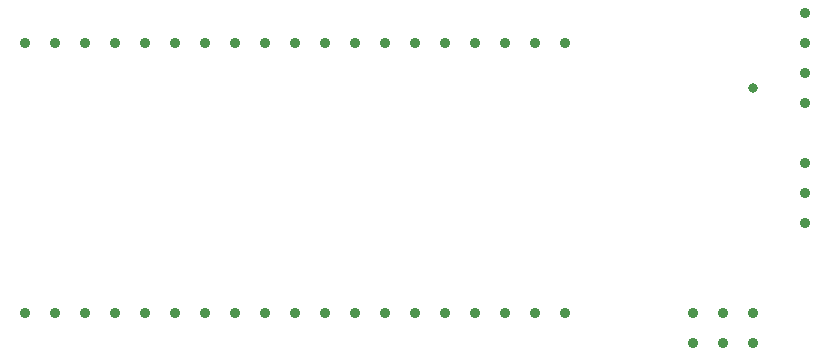
<source format=gbr>
G04 DesignSpark PCB Gerber Version 10.0 Build 5299*
G04 #@! TF.Part,Single*
G04 #@! TF.FilePolarity,Positive*
%FSLAX35Y35*%
%MOIN*%
G04 #@! TA.AperFunction,ComponentDrill*
%ADD95C,0.03200*%
G04 #@! TA.AperFunction,MechanicalDrill*
%ADD23C,0.03500*%
G04 #@! TD.AperFunction*
X0Y0D02*
D02*
D23*
X32750Y52750D03*
Y142750D03*
X42750Y52750D03*
Y142750D03*
X52750Y52750D03*
Y142750D03*
X62750Y52750D03*
Y142750D03*
X72750Y52750D03*
Y142750D03*
X82750Y52750D03*
Y142750D03*
X92750Y52750D03*
Y142750D03*
X102750Y52750D03*
Y142750D03*
X112750Y52750D03*
Y142750D03*
X122750Y52750D03*
Y142750D03*
X132750Y52750D03*
Y142750D03*
X142750Y52750D03*
Y142750D03*
X152750Y52750D03*
Y142750D03*
X162750Y52750D03*
Y142750D03*
X172750Y52750D03*
Y142750D03*
X182750Y52750D03*
Y142750D03*
X192750Y52750D03*
Y142750D03*
X202750Y52750D03*
Y142750D03*
X212750Y52750D03*
Y142750D03*
X255250Y42750D03*
Y52750D03*
X265250Y42750D03*
Y52750D03*
X275250Y42750D03*
Y52750D03*
X292750Y82750D03*
Y92750D03*
Y102750D03*
Y122750D03*
Y132750D03*
Y142750D03*
Y152750D03*
D02*
D95*
X275250Y127750D03*
X0Y0D02*
M02*

</source>
